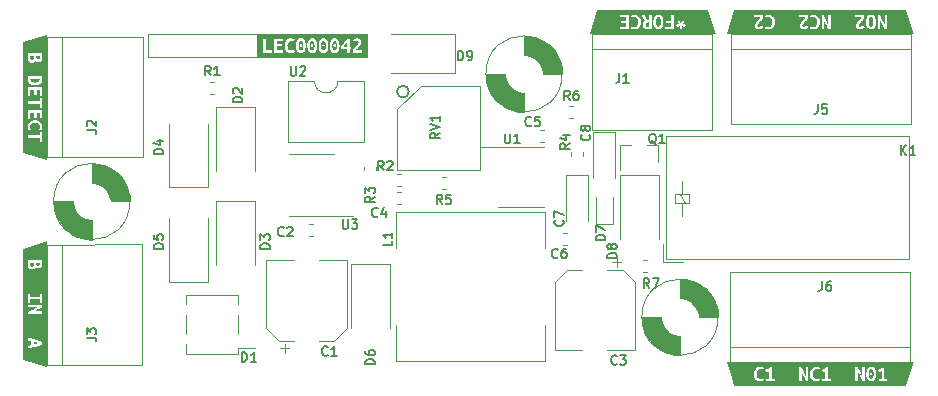
<source format=gto>
G04 #@! TF.GenerationSoftware,KiCad,Pcbnew,6.0.9-8da3e8f707~116~ubuntu20.04.1*
G04 #@! TF.CreationDate,2023-03-26T14:48:38+00:00*
G04 #@! TF.ProjectId,LEC000042,4c454330-3030-4303-9432-2e6b69636164,rev?*
G04 #@! TF.SameCoordinates,Original*
G04 #@! TF.FileFunction,Legend,Top*
G04 #@! TF.FilePolarity,Positive*
%FSLAX46Y46*%
G04 Gerber Fmt 4.6, Leading zero omitted, Abs format (unit mm)*
G04 Created by KiCad (PCBNEW 6.0.9-8da3e8f707~116~ubuntu20.04.1) date 2023-03-26 14:48:38*
%MOMM*%
%LPD*%
G01*
G04 APERTURE LIST*
%ADD10C,0.120000*%
%ADD11C,0.150000*%
%ADD12C,0.010000*%
%ADD13C,0.200000*%
G04 APERTURE END LIST*
D10*
X32750000Y30900000D02*
X14150000Y30900000D01*
X14150000Y30900000D02*
X14150000Y28900000D01*
X14150000Y28900000D02*
X32750000Y28900000D01*
X32750000Y28900000D02*
X32750000Y30900000D01*
D11*
G04 #@! TO.C,C2*
X25666666Y13814286D02*
X25628571Y13776191D01*
X25514285Y13738096D01*
X25438095Y13738096D01*
X25323809Y13776191D01*
X25247619Y13852381D01*
X25209523Y13928572D01*
X25171428Y14080953D01*
X25171428Y14195239D01*
X25209523Y14347620D01*
X25247619Y14423810D01*
X25323809Y14500000D01*
X25438095Y14538096D01*
X25514285Y14538096D01*
X25628571Y14500000D01*
X25666666Y14461905D01*
X25971428Y14461905D02*
X26009523Y14500000D01*
X26085714Y14538096D01*
X26276190Y14538096D01*
X26352380Y14500000D01*
X26390476Y14461905D01*
X26428571Y14385715D01*
X26428571Y14309524D01*
X26390476Y14195239D01*
X25933333Y13738096D01*
X26428571Y13738096D01*
G04 #@! TO.C,C3*
X53866666Y2964286D02*
X53828571Y2926191D01*
X53714285Y2888096D01*
X53638095Y2888096D01*
X53523809Y2926191D01*
X53447619Y3002381D01*
X53409523Y3078572D01*
X53371428Y3230953D01*
X53371428Y3345239D01*
X53409523Y3497620D01*
X53447619Y3573810D01*
X53523809Y3650000D01*
X53638095Y3688096D01*
X53714285Y3688096D01*
X53828571Y3650000D01*
X53866666Y3611905D01*
X54133333Y3688096D02*
X54628571Y3688096D01*
X54361904Y3383334D01*
X54476190Y3383334D01*
X54552380Y3345239D01*
X54590476Y3307143D01*
X54628571Y3230953D01*
X54628571Y3040477D01*
X54590476Y2964286D01*
X54552380Y2926191D01*
X54476190Y2888096D01*
X54247619Y2888096D01*
X54171428Y2926191D01*
X54133333Y2964286D01*
G04 #@! TO.C,C4*
X33616666Y15464286D02*
X33578571Y15426191D01*
X33464285Y15388096D01*
X33388095Y15388096D01*
X33273809Y15426191D01*
X33197619Y15502381D01*
X33159523Y15578572D01*
X33121428Y15730953D01*
X33121428Y15845239D01*
X33159523Y15997620D01*
X33197619Y16073810D01*
X33273809Y16150000D01*
X33388095Y16188096D01*
X33464285Y16188096D01*
X33578571Y16150000D01*
X33616666Y16111905D01*
X34302380Y15921429D02*
X34302380Y15388096D01*
X34111904Y16226191D02*
X33921428Y15654762D01*
X34416666Y15654762D01*
G04 #@! TO.C,D2*
X22161904Y25109524D02*
X21361904Y25109524D01*
X21361904Y25300000D01*
X21400000Y25414286D01*
X21476190Y25490477D01*
X21552380Y25528572D01*
X21704761Y25566667D01*
X21819047Y25566667D01*
X21971428Y25528572D01*
X22047619Y25490477D01*
X22123809Y25414286D01*
X22161904Y25300000D01*
X22161904Y25109524D01*
X21438095Y25871429D02*
X21400000Y25909524D01*
X21361904Y25985715D01*
X21361904Y26176191D01*
X21400000Y26252381D01*
X21438095Y26290477D01*
X21514285Y26328572D01*
X21590476Y26328572D01*
X21704761Y26290477D01*
X22161904Y25833334D01*
X22161904Y26328572D01*
G04 #@! TO.C,D3*
X24461904Y12709524D02*
X23661904Y12709524D01*
X23661904Y12900000D01*
X23700000Y13014286D01*
X23776190Y13090477D01*
X23852380Y13128572D01*
X24004761Y13166667D01*
X24119047Y13166667D01*
X24271428Y13128572D01*
X24347619Y13090477D01*
X24423809Y13014286D01*
X24461904Y12900000D01*
X24461904Y12709524D01*
X23661904Y13433334D02*
X23661904Y13928572D01*
X23966666Y13661905D01*
X23966666Y13776191D01*
X24004761Y13852381D01*
X24042857Y13890477D01*
X24119047Y13928572D01*
X24309523Y13928572D01*
X24385714Y13890477D01*
X24423809Y13852381D01*
X24461904Y13776191D01*
X24461904Y13547620D01*
X24423809Y13471429D01*
X24385714Y13433334D01*
G04 #@! TO.C,D4*
X15461904Y20709524D02*
X14661904Y20709524D01*
X14661904Y20900000D01*
X14700000Y21014286D01*
X14776190Y21090477D01*
X14852380Y21128572D01*
X15004761Y21166667D01*
X15119047Y21166667D01*
X15271428Y21128572D01*
X15347619Y21090477D01*
X15423809Y21014286D01*
X15461904Y20900000D01*
X15461904Y20709524D01*
X14928571Y21852381D02*
X15461904Y21852381D01*
X14623809Y21661905D02*
X15195238Y21471429D01*
X15195238Y21966667D01*
G04 #@! TO.C,D5*
X15461904Y12709524D02*
X14661904Y12709524D01*
X14661904Y12900000D01*
X14700000Y13014286D01*
X14776190Y13090477D01*
X14852380Y13128572D01*
X15004761Y13166667D01*
X15119047Y13166667D01*
X15271428Y13128572D01*
X15347619Y13090477D01*
X15423809Y13014286D01*
X15461904Y12900000D01*
X15461904Y12709524D01*
X14661904Y13890477D02*
X14661904Y13509524D01*
X15042857Y13471429D01*
X15004761Y13509524D01*
X14966666Y13585715D01*
X14966666Y13776191D01*
X15004761Y13852381D01*
X15042857Y13890477D01*
X15119047Y13928572D01*
X15309523Y13928572D01*
X15385714Y13890477D01*
X15423809Y13852381D01*
X15461904Y13776191D01*
X15461904Y13585715D01*
X15423809Y13509524D01*
X15385714Y13471429D01*
G04 #@! TO.C,D6*
X33361904Y2909524D02*
X32561904Y2909524D01*
X32561904Y3100000D01*
X32600000Y3214286D01*
X32676190Y3290477D01*
X32752380Y3328572D01*
X32904761Y3366667D01*
X33019047Y3366667D01*
X33171428Y3328572D01*
X33247619Y3290477D01*
X33323809Y3214286D01*
X33361904Y3100000D01*
X33361904Y2909524D01*
X32561904Y4052381D02*
X32561904Y3900000D01*
X32600000Y3823810D01*
X32638095Y3785715D01*
X32752380Y3709524D01*
X32904761Y3671429D01*
X33209523Y3671429D01*
X33285714Y3709524D01*
X33323809Y3747620D01*
X33361904Y3823810D01*
X33361904Y3976191D01*
X33323809Y4052381D01*
X33285714Y4090477D01*
X33209523Y4128572D01*
X33019047Y4128572D01*
X32942857Y4090477D01*
X32904761Y4052381D01*
X32866666Y3976191D01*
X32866666Y3823810D01*
X32904761Y3747620D01*
X32942857Y3709524D01*
X33019047Y3671429D01*
G04 #@! TO.C,D7*
X52861904Y13409524D02*
X52061904Y13409524D01*
X52061904Y13600000D01*
X52100000Y13714286D01*
X52176190Y13790477D01*
X52252380Y13828572D01*
X52404761Y13866667D01*
X52519047Y13866667D01*
X52671428Y13828572D01*
X52747619Y13790477D01*
X52823809Y13714286D01*
X52861904Y13600000D01*
X52861904Y13409524D01*
X52061904Y14133334D02*
X52061904Y14666667D01*
X52861904Y14323810D01*
G04 #@! TO.C,D8*
X53861904Y11909524D02*
X53061904Y11909524D01*
X53061904Y12100000D01*
X53100000Y12214286D01*
X53176190Y12290477D01*
X53252380Y12328572D01*
X53404761Y12366667D01*
X53519047Y12366667D01*
X53671428Y12328572D01*
X53747619Y12290477D01*
X53823809Y12214286D01*
X53861904Y12100000D01*
X53861904Y11909524D01*
X53404761Y12823810D02*
X53366666Y12747620D01*
X53328571Y12709524D01*
X53252380Y12671429D01*
X53214285Y12671429D01*
X53138095Y12709524D01*
X53100000Y12747620D01*
X53061904Y12823810D01*
X53061904Y12976191D01*
X53100000Y13052381D01*
X53138095Y13090477D01*
X53214285Y13128572D01*
X53252380Y13128572D01*
X53328571Y13090477D01*
X53366666Y13052381D01*
X53404761Y12976191D01*
X53404761Y12823810D01*
X53442857Y12747620D01*
X53480952Y12709524D01*
X53557142Y12671429D01*
X53709523Y12671429D01*
X53785714Y12709524D01*
X53823809Y12747620D01*
X53861904Y12823810D01*
X53861904Y12976191D01*
X53823809Y13052381D01*
X53785714Y13090477D01*
X53709523Y13128572D01*
X53557142Y13128572D01*
X53480952Y13090477D01*
X53442857Y13052381D01*
X53404761Y12976191D01*
G04 #@! TO.C,J1*
X54053333Y27538096D02*
X54053333Y26966667D01*
X54015238Y26852381D01*
X53939047Y26776191D01*
X53824761Y26738096D01*
X53748571Y26738096D01*
X54853333Y26738096D02*
X54396190Y26738096D01*
X54624761Y26738096D02*
X54624761Y27538096D01*
X54548571Y27423810D01*
X54472380Y27347620D01*
X54396190Y27309524D01*
G04 #@! TO.C,J2*
X8961904Y22753334D02*
X9533333Y22753334D01*
X9647619Y22715239D01*
X9723809Y22639048D01*
X9761904Y22524762D01*
X9761904Y22448572D01*
X9038095Y23096191D02*
X9000000Y23134286D01*
X8961904Y23210477D01*
X8961904Y23400953D01*
X9000000Y23477143D01*
X9038095Y23515239D01*
X9114285Y23553334D01*
X9190476Y23553334D01*
X9304761Y23515239D01*
X9761904Y23058096D01*
X9761904Y23553334D01*
G04 #@! TO.C,J3*
X8961904Y5153334D02*
X9533333Y5153334D01*
X9647619Y5115239D01*
X9723809Y5039048D01*
X9761904Y4924762D01*
X9761904Y4848572D01*
X8961904Y5458096D02*
X8961904Y5953334D01*
X9266666Y5686667D01*
X9266666Y5800953D01*
X9304761Y5877143D01*
X9342857Y5915239D01*
X9419047Y5953334D01*
X9609523Y5953334D01*
X9685714Y5915239D01*
X9723809Y5877143D01*
X9761904Y5800953D01*
X9761904Y5572381D01*
X9723809Y5496191D01*
X9685714Y5458096D01*
G04 #@! TO.C,J5*
X70883333Y24938096D02*
X70883333Y24366667D01*
X70845238Y24252381D01*
X70769047Y24176191D01*
X70654761Y24138096D01*
X70578571Y24138096D01*
X71645238Y24938096D02*
X71264285Y24938096D01*
X71226190Y24557143D01*
X71264285Y24595239D01*
X71340476Y24633334D01*
X71530952Y24633334D01*
X71607142Y24595239D01*
X71645238Y24557143D01*
X71683333Y24480953D01*
X71683333Y24290477D01*
X71645238Y24214286D01*
X71607142Y24176191D01*
X71530952Y24138096D01*
X71340476Y24138096D01*
X71264285Y24176191D01*
X71226190Y24214286D01*
G04 #@! TO.C,J6*
X71233333Y9938096D02*
X71233333Y9366667D01*
X71195238Y9252381D01*
X71119047Y9176191D01*
X71004761Y9138096D01*
X70928571Y9138096D01*
X71957142Y9938096D02*
X71804761Y9938096D01*
X71728571Y9900000D01*
X71690476Y9861905D01*
X71614285Y9747620D01*
X71576190Y9595239D01*
X71576190Y9290477D01*
X71614285Y9214286D01*
X71652380Y9176191D01*
X71728571Y9138096D01*
X71880952Y9138096D01*
X71957142Y9176191D01*
X71995238Y9214286D01*
X72033333Y9290477D01*
X72033333Y9480953D01*
X71995238Y9557143D01*
X71957142Y9595239D01*
X71880952Y9633334D01*
X71728571Y9633334D01*
X71652380Y9595239D01*
X71614285Y9557143D01*
X71576190Y9480953D01*
G04 #@! TO.C,R2*
X34116666Y19338096D02*
X33850000Y19719048D01*
X33659523Y19338096D02*
X33659523Y20138096D01*
X33964285Y20138096D01*
X34040476Y20100000D01*
X34078571Y20061905D01*
X34116666Y19985715D01*
X34116666Y19871429D01*
X34078571Y19795239D01*
X34040476Y19757143D01*
X33964285Y19719048D01*
X33659523Y19719048D01*
X34421428Y20061905D02*
X34459523Y20100000D01*
X34535714Y20138096D01*
X34726190Y20138096D01*
X34802380Y20100000D01*
X34840476Y20061905D01*
X34878571Y19985715D01*
X34878571Y19909524D01*
X34840476Y19795239D01*
X34383333Y19338096D01*
X34878571Y19338096D01*
G04 #@! TO.C,R3*
X33361904Y17116667D02*
X32980952Y16850000D01*
X33361904Y16659524D02*
X32561904Y16659524D01*
X32561904Y16964286D01*
X32600000Y17040477D01*
X32638095Y17078572D01*
X32714285Y17116667D01*
X32828571Y17116667D01*
X32904761Y17078572D01*
X32942857Y17040477D01*
X32980952Y16964286D01*
X32980952Y16659524D01*
X32561904Y17383334D02*
X32561904Y17878572D01*
X32866666Y17611905D01*
X32866666Y17726191D01*
X32904761Y17802381D01*
X32942857Y17840477D01*
X33019047Y17878572D01*
X33209523Y17878572D01*
X33285714Y17840477D01*
X33323809Y17802381D01*
X33361904Y17726191D01*
X33361904Y17497620D01*
X33323809Y17421429D01*
X33285714Y17383334D01*
G04 #@! TO.C,R5*
X39079166Y16488096D02*
X38812500Y16869048D01*
X38622023Y16488096D02*
X38622023Y17288096D01*
X38926785Y17288096D01*
X39002976Y17250000D01*
X39041071Y17211905D01*
X39079166Y17135715D01*
X39079166Y17021429D01*
X39041071Y16945239D01*
X39002976Y16907143D01*
X38926785Y16869048D01*
X38622023Y16869048D01*
X39802976Y17288096D02*
X39422023Y17288096D01*
X39383928Y16907143D01*
X39422023Y16945239D01*
X39498214Y16983334D01*
X39688690Y16983334D01*
X39764880Y16945239D01*
X39802976Y16907143D01*
X39841071Y16830953D01*
X39841071Y16640477D01*
X39802976Y16564286D01*
X39764880Y16526191D01*
X39688690Y16488096D01*
X39498214Y16488096D01*
X39422023Y16526191D01*
X39383928Y16564286D01*
G04 #@! TO.C,R6*
X49866666Y25288096D02*
X49600000Y25669048D01*
X49409523Y25288096D02*
X49409523Y26088096D01*
X49714285Y26088096D01*
X49790476Y26050000D01*
X49828571Y26011905D01*
X49866666Y25935715D01*
X49866666Y25821429D01*
X49828571Y25745239D01*
X49790476Y25707143D01*
X49714285Y25669048D01*
X49409523Y25669048D01*
X50552380Y26088096D02*
X50400000Y26088096D01*
X50323809Y26050000D01*
X50285714Y26011905D01*
X50209523Y25897620D01*
X50171428Y25745239D01*
X50171428Y25440477D01*
X50209523Y25364286D01*
X50247619Y25326191D01*
X50323809Y25288096D01*
X50476190Y25288096D01*
X50552380Y25326191D01*
X50590476Y25364286D01*
X50628571Y25440477D01*
X50628571Y25630953D01*
X50590476Y25707143D01*
X50552380Y25745239D01*
X50476190Y25783334D01*
X50323809Y25783334D01*
X50247619Y25745239D01*
X50209523Y25707143D01*
X50171428Y25630953D01*
G04 #@! TO.C,R7*
X56616666Y9388096D02*
X56350000Y9769048D01*
X56159523Y9388096D02*
X56159523Y10188096D01*
X56464285Y10188096D01*
X56540476Y10150000D01*
X56578571Y10111905D01*
X56616666Y10035715D01*
X56616666Y9921429D01*
X56578571Y9845239D01*
X56540476Y9807143D01*
X56464285Y9769048D01*
X56159523Y9769048D01*
X56883333Y10188096D02*
X57416666Y10188096D01*
X57073809Y9388096D01*
G04 #@! TO.C,U2*
X26240476Y28138096D02*
X26240476Y27490477D01*
X26278571Y27414286D01*
X26316666Y27376191D01*
X26392857Y27338096D01*
X26545238Y27338096D01*
X26621428Y27376191D01*
X26659523Y27414286D01*
X26697619Y27490477D01*
X26697619Y28138096D01*
X27040476Y28061905D02*
X27078571Y28100000D01*
X27154761Y28138096D01*
X27345238Y28138096D01*
X27421428Y28100000D01*
X27459523Y28061905D01*
X27497619Y27985715D01*
X27497619Y27909524D01*
X27459523Y27795239D01*
X27002380Y27338096D01*
X27497619Y27338096D01*
G04 #@! TO.C,U3*
X30640476Y15188096D02*
X30640476Y14540477D01*
X30678571Y14464286D01*
X30716666Y14426191D01*
X30792857Y14388096D01*
X30945238Y14388096D01*
X31021428Y14426191D01*
X31059523Y14464286D01*
X31097619Y14540477D01*
X31097619Y15188096D01*
X31402380Y15188096D02*
X31897619Y15188096D01*
X31630952Y14883334D01*
X31745238Y14883334D01*
X31821428Y14845239D01*
X31859523Y14807143D01*
X31897619Y14730953D01*
X31897619Y14540477D01*
X31859523Y14464286D01*
X31821428Y14426191D01*
X31745238Y14388096D01*
X31516666Y14388096D01*
X31440476Y14426191D01*
X31402380Y14464286D01*
G04 #@! TO.C,K1*
X77909523Y20638096D02*
X77909523Y21438096D01*
X78366666Y20638096D02*
X78023809Y21095239D01*
X78366666Y21438096D02*
X77909523Y20980953D01*
X79128571Y20638096D02*
X78671428Y20638096D01*
X78900000Y20638096D02*
X78900000Y21438096D01*
X78823809Y21323810D01*
X78747619Y21247620D01*
X78671428Y21209524D01*
G04 #@! TO.C,R1*
X19466666Y27368096D02*
X19200000Y27749048D01*
X19009523Y27368096D02*
X19009523Y28168096D01*
X19314285Y28168096D01*
X19390476Y28130000D01*
X19428571Y28091905D01*
X19466666Y28015715D01*
X19466666Y27901429D01*
X19428571Y27825239D01*
X19390476Y27787143D01*
X19314285Y27749048D01*
X19009523Y27749048D01*
X20228571Y27368096D02*
X19771428Y27368096D01*
X20000000Y27368096D02*
X20000000Y28168096D01*
X19923809Y28053810D01*
X19847619Y27977620D01*
X19771428Y27939524D01*
G04 #@! TO.C,C6*
X48866666Y11964286D02*
X48828571Y11926191D01*
X48714285Y11888096D01*
X48638095Y11888096D01*
X48523809Y11926191D01*
X48447619Y12002381D01*
X48409523Y12078572D01*
X48371428Y12230953D01*
X48371428Y12345239D01*
X48409523Y12497620D01*
X48447619Y12573810D01*
X48523809Y12650000D01*
X48638095Y12688096D01*
X48714285Y12688096D01*
X48828571Y12650000D01*
X48866666Y12611905D01*
X49552380Y12688096D02*
X49400000Y12688096D01*
X49323809Y12650000D01*
X49285714Y12611905D01*
X49209523Y12497620D01*
X49171428Y12345239D01*
X49171428Y12040477D01*
X49209523Y11964286D01*
X49247619Y11926191D01*
X49323809Y11888096D01*
X49476190Y11888096D01*
X49552380Y11926191D01*
X49590476Y11964286D01*
X49628571Y12040477D01*
X49628571Y12230953D01*
X49590476Y12307143D01*
X49552380Y12345239D01*
X49476190Y12383334D01*
X49323809Y12383334D01*
X49247619Y12345239D01*
X49209523Y12307143D01*
X49171428Y12230953D01*
G04 #@! TO.C,C7*
X49285714Y15116667D02*
X49323809Y15078572D01*
X49361904Y14964286D01*
X49361904Y14888096D01*
X49323809Y14773810D01*
X49247619Y14697620D01*
X49171428Y14659524D01*
X49019047Y14621429D01*
X48904761Y14621429D01*
X48752380Y14659524D01*
X48676190Y14697620D01*
X48600000Y14773810D01*
X48561904Y14888096D01*
X48561904Y14964286D01*
X48600000Y15078572D01*
X48638095Y15116667D01*
X48561904Y15383334D02*
X48561904Y15916667D01*
X49361904Y15573810D01*
G04 #@! TO.C,C8*
X51535714Y22366667D02*
X51573809Y22328572D01*
X51611904Y22214286D01*
X51611904Y22138096D01*
X51573809Y22023810D01*
X51497619Y21947620D01*
X51421428Y21909524D01*
X51269047Y21871429D01*
X51154761Y21871429D01*
X51002380Y21909524D01*
X50926190Y21947620D01*
X50850000Y22023810D01*
X50811904Y22138096D01*
X50811904Y22214286D01*
X50850000Y22328572D01*
X50888095Y22366667D01*
X51154761Y22823810D02*
X51116666Y22747620D01*
X51078571Y22709524D01*
X51002380Y22671429D01*
X50964285Y22671429D01*
X50888095Y22709524D01*
X50850000Y22747620D01*
X50811904Y22823810D01*
X50811904Y22976191D01*
X50850000Y23052381D01*
X50888095Y23090477D01*
X50964285Y23128572D01*
X51002380Y23128572D01*
X51078571Y23090477D01*
X51116666Y23052381D01*
X51154761Y22976191D01*
X51154761Y22823810D01*
X51192857Y22747620D01*
X51230952Y22709524D01*
X51307142Y22671429D01*
X51459523Y22671429D01*
X51535714Y22709524D01*
X51573809Y22747620D01*
X51611904Y22823810D01*
X51611904Y22976191D01*
X51573809Y23052381D01*
X51535714Y23090477D01*
X51459523Y23128572D01*
X51307142Y23128572D01*
X51230952Y23090477D01*
X51192857Y23052381D01*
X51154761Y22976191D01*
G04 #@! TO.C,R4*
X49861904Y21616667D02*
X49480952Y21350000D01*
X49861904Y21159524D02*
X49061904Y21159524D01*
X49061904Y21464286D01*
X49100000Y21540477D01*
X49138095Y21578572D01*
X49214285Y21616667D01*
X49328571Y21616667D01*
X49404761Y21578572D01*
X49442857Y21540477D01*
X49480952Y21464286D01*
X49480952Y21159524D01*
X49328571Y22302381D02*
X49861904Y22302381D01*
X49023809Y22111905D02*
X49595238Y21921429D01*
X49595238Y22416667D01*
G04 #@! TO.C,U1*
X44390476Y22438096D02*
X44390476Y21790477D01*
X44428571Y21714286D01*
X44466666Y21676191D01*
X44542857Y21638096D01*
X44695238Y21638096D01*
X44771428Y21676191D01*
X44809523Y21714286D01*
X44847619Y21790477D01*
X44847619Y22438096D01*
X45647619Y21638096D02*
X45190476Y21638096D01*
X45419047Y21638096D02*
X45419047Y22438096D01*
X45342857Y22323810D01*
X45266666Y22247620D01*
X45190476Y22209524D01*
G04 #@! TO.C,C5*
X46616666Y23164286D02*
X46578571Y23126191D01*
X46464285Y23088096D01*
X46388095Y23088096D01*
X46273809Y23126191D01*
X46197619Y23202381D01*
X46159523Y23278572D01*
X46121428Y23430953D01*
X46121428Y23545239D01*
X46159523Y23697620D01*
X46197619Y23773810D01*
X46273809Y23850000D01*
X46388095Y23888096D01*
X46464285Y23888096D01*
X46578571Y23850000D01*
X46616666Y23811905D01*
X47340476Y23888096D02*
X46959523Y23888096D01*
X46921428Y23507143D01*
X46959523Y23545239D01*
X47035714Y23583334D01*
X47226190Y23583334D01*
X47302380Y23545239D01*
X47340476Y23507143D01*
X47378571Y23430953D01*
X47378571Y23240477D01*
X47340476Y23164286D01*
X47302380Y23126191D01*
X47226190Y23088096D01*
X47035714Y23088096D01*
X46959523Y23126191D01*
X46921428Y23164286D01*
G04 #@! TO.C,L1*
X34861904Y13366667D02*
X34861904Y12985715D01*
X34061904Y12985715D01*
X34861904Y14052381D02*
X34861904Y13595239D01*
X34861904Y13823810D02*
X34061904Y13823810D01*
X34176190Y13747620D01*
X34252380Y13671429D01*
X34290476Y13595239D01*
G04 #@! TO.C,D9*
X40409523Y28638096D02*
X40409523Y29438096D01*
X40600000Y29438096D01*
X40714285Y29400000D01*
X40790476Y29323810D01*
X40828571Y29247620D01*
X40866666Y29095239D01*
X40866666Y28980953D01*
X40828571Y28828572D01*
X40790476Y28752381D01*
X40714285Y28676191D01*
X40600000Y28638096D01*
X40409523Y28638096D01*
X41247619Y28638096D02*
X41400000Y28638096D01*
X41476190Y28676191D01*
X41514285Y28714286D01*
X41590476Y28828572D01*
X41628571Y28980953D01*
X41628571Y29285715D01*
X41590476Y29361905D01*
X41552380Y29400000D01*
X41476190Y29438096D01*
X41323809Y29438096D01*
X41247619Y29400000D01*
X41209523Y29361905D01*
X41171428Y29285715D01*
X41171428Y29095239D01*
X41209523Y29019048D01*
X41247619Y28980953D01*
X41323809Y28942858D01*
X41476190Y28942858D01*
X41552380Y28980953D01*
X41590476Y29019048D01*
X41628571Y29095239D01*
G04 #@! TO.C,D1*
X22109523Y3138096D02*
X22109523Y3938096D01*
X22300000Y3938096D01*
X22414285Y3900000D01*
X22490476Y3823810D01*
X22528571Y3747620D01*
X22566666Y3595239D01*
X22566666Y3480953D01*
X22528571Y3328572D01*
X22490476Y3252381D01*
X22414285Y3176191D01*
X22300000Y3138096D01*
X22109523Y3138096D01*
X23328571Y3138096D02*
X22871428Y3138096D01*
X23100000Y3138096D02*
X23100000Y3938096D01*
X23023809Y3823810D01*
X22947619Y3747620D01*
X22871428Y3709524D01*
G04 #@! TO.C,RV1*
X38861904Y22523810D02*
X38480952Y22257143D01*
X38861904Y22066667D02*
X38061904Y22066667D01*
X38061904Y22371429D01*
X38100000Y22447620D01*
X38138095Y22485715D01*
X38214285Y22523810D01*
X38328571Y22523810D01*
X38404761Y22485715D01*
X38442857Y22447620D01*
X38480952Y22371429D01*
X38480952Y22066667D01*
X38061904Y22752381D02*
X38861904Y23019048D01*
X38061904Y23285715D01*
X38861904Y23971429D02*
X38861904Y23514286D01*
X38861904Y23742858D02*
X38061904Y23742858D01*
X38176190Y23666667D01*
X38252380Y23590477D01*
X38290476Y23514286D01*
G04 #@! TO.C,C1*
X29366666Y3714286D02*
X29328571Y3676191D01*
X29214285Y3638096D01*
X29138095Y3638096D01*
X29023809Y3676191D01*
X28947619Y3752381D01*
X28909523Y3828572D01*
X28871428Y3980953D01*
X28871428Y4095239D01*
X28909523Y4247620D01*
X28947619Y4323810D01*
X29023809Y4400000D01*
X29138095Y4438096D01*
X29214285Y4438096D01*
X29328571Y4400000D01*
X29366666Y4361905D01*
X30128571Y3638096D02*
X29671428Y3638096D01*
X29900000Y3638096D02*
X29900000Y4438096D01*
X29823809Y4323810D01*
X29747619Y4247620D01*
X29671428Y4209524D01*
G04 #@! TO.C,Q1*
X57173809Y21561905D02*
X57097619Y21600000D01*
X57021428Y21676191D01*
X56907142Y21790477D01*
X56830952Y21828572D01*
X56754761Y21828572D01*
X56792857Y21638096D02*
X56716666Y21676191D01*
X56640476Y21752381D01*
X56602380Y21904762D01*
X56602380Y22171429D01*
X56640476Y22323810D01*
X56716666Y22400000D01*
X56792857Y22438096D01*
X56945238Y22438096D01*
X57021428Y22400000D01*
X57097619Y22323810D01*
X57135714Y22171429D01*
X57135714Y21904762D01*
X57097619Y21752381D01*
X57021428Y21676191D01*
X56945238Y21638096D01*
X56792857Y21638096D01*
X57897619Y21638096D02*
X57440476Y21638096D01*
X57669047Y21638096D02*
X57669047Y22438096D01*
X57592857Y22323810D01*
X57516666Y22247620D01*
X57440476Y22209524D01*
D10*
G04 #@! TO.C,C2*
X28162779Y14810000D02*
X27837221Y14810000D01*
X28162779Y13790000D02*
X27837221Y13790000D01*
G04 #@! TO.C,C3*
X48590000Y4090000D02*
X50940000Y4090000D01*
X55410000Y4090000D02*
X53060000Y4090000D01*
X54241250Y11543750D02*
X53453750Y11543750D01*
X49654437Y10910000D02*
X50940000Y10910000D01*
X49654437Y10910000D02*
X48590000Y9845563D01*
X48590000Y9845563D02*
X48590000Y4090000D01*
X55410000Y9845563D02*
X55410000Y4090000D01*
X54345563Y10910000D02*
X53060000Y10910000D01*
X53847500Y11937500D02*
X53847500Y11150000D01*
X54345563Y10910000D02*
X55410000Y9845563D01*
G04 #@! TO.C,C4*
X35550279Y16490000D02*
X35224721Y16490000D01*
X35550279Y17510000D02*
X35224721Y17510000D01*
G04 #@! TO.C,D2*
X23250000Y24700000D02*
X19950000Y24700000D01*
X23250000Y24700000D02*
X23250000Y19300000D01*
X19950000Y24700000D02*
X19950000Y19300000D01*
G04 #@! TO.C,D3*
X23250000Y16700000D02*
X19950000Y16700000D01*
X19950000Y16700000D02*
X19950000Y11300000D01*
X23250000Y16700000D02*
X23250000Y11300000D01*
G04 #@! TO.C,D4*
X15950000Y17900000D02*
X19250000Y17900000D01*
X15950000Y17900000D02*
X15950000Y23300000D01*
X19250000Y17900000D02*
X19250000Y23300000D01*
G04 #@! TO.C,D5*
X15950000Y9900000D02*
X15950000Y15300000D01*
X15950000Y9900000D02*
X19250000Y9900000D01*
X19250000Y9900000D02*
X19250000Y15300000D01*
G04 #@! TO.C,D6*
X34650000Y11400000D02*
X34650000Y6000000D01*
X34650000Y11400000D02*
X31350000Y11400000D01*
X31350000Y11400000D02*
X31350000Y6000000D01*
G04 #@! TO.C,D7*
X52065000Y14815000D02*
X53535000Y14815000D01*
X53535000Y14815000D02*
X53535000Y17100000D01*
X52065000Y17100000D02*
X52065000Y14815000D01*
G04 #@! TO.C,D8*
X57450000Y18950000D02*
X57450000Y13550000D01*
X54150000Y18950000D02*
X54150000Y13550000D01*
X57450000Y18950000D02*
X54150000Y18950000D01*
G04 #@! TO.C,J1*
X61940000Y22790000D02*
X61940000Y30910000D01*
X51780000Y29640000D02*
X61940000Y29640000D01*
X51780000Y30910000D02*
X51780000Y22790000D01*
X61940000Y30910000D02*
X51780000Y30910000D01*
X51780000Y22790000D02*
X61940000Y22790000D01*
G04 #@! TO.C,J2*
X5590000Y30640000D02*
X5590000Y20480000D01*
X5590000Y20480000D02*
X13710000Y20480000D01*
X6860000Y20480000D02*
X6860000Y30640000D01*
X13710000Y30640000D02*
X5590000Y30640000D01*
X13710000Y20480000D02*
X13710000Y30640000D01*
G04 #@! TO.C,J3*
X5590000Y2880000D02*
X13700000Y2880000D01*
X13700000Y13060000D02*
X5590000Y13040000D01*
X13700000Y2880000D02*
X13700000Y13040000D01*
X6860000Y2880000D02*
X6860000Y13040000D01*
X5590000Y13040000D02*
X5590000Y2880000D01*
G04 #@! TO.C,J5*
X78740000Y23290000D02*
X63500000Y23290000D01*
X63500000Y30910000D02*
X63500000Y23290000D01*
X78740000Y29640000D02*
X63500000Y29640000D01*
X78740000Y30910000D02*
X78740000Y23290000D01*
X78740000Y30910000D02*
X63500000Y30910000D01*
G04 #@! TO.C,J6*
X78700000Y3090000D02*
X78700000Y10710000D01*
X63460000Y3090000D02*
X78700000Y3090000D01*
X63460000Y3090000D02*
X63460000Y10710000D01*
X63460000Y4360000D02*
X78700000Y4360000D01*
X63460000Y10710000D02*
X78700000Y10710000D01*
G04 #@! TO.C,R2*
X35550279Y17990000D02*
X35224721Y17990000D01*
X35550279Y19010000D02*
X35224721Y19010000D01*
G04 #@! TO.C,R3*
X33510000Y19324721D02*
X33510000Y19650279D01*
X32490000Y19324721D02*
X32490000Y19650279D01*
G04 #@! TO.C,R5*
X39049721Y17740000D02*
X39375279Y17740000D01*
X39049721Y18760000D02*
X39375279Y18760000D01*
G04 #@! TO.C,R6*
X50162779Y23740000D02*
X49837221Y23740000D01*
X50162779Y24760000D02*
X49837221Y24760000D01*
G04 #@! TO.C,R7*
X56412779Y10740000D02*
X56087221Y10740000D01*
X56412779Y11760000D02*
X56087221Y11760000D01*
G04 #@! TO.C,U2*
X32485000Y21700000D02*
X32485000Y26900000D01*
X26015000Y21700000D02*
X32485000Y21700000D01*
X28250000Y26900000D02*
X26015000Y26900000D01*
X26015000Y26900000D02*
X26015000Y21700000D01*
X32485000Y26900000D02*
X30250000Y26900000D01*
X28250000Y26900000D02*
G75*
G03*
X30250000Y26900000I1000000J0D01*
G01*
G04 #@! TO.C,U3*
X28000000Y20690000D02*
X26120000Y20690000D01*
X28000000Y15510000D02*
X31525000Y15510000D01*
X28000000Y15510000D02*
X26120000Y15510000D01*
X28000000Y20690000D02*
X29880000Y20690000D01*
G04 #@! TO.C,K1*
X78600000Y22200000D02*
X78600000Y11800000D01*
X57800000Y11600000D02*
X57800000Y13100000D01*
X59400000Y17300000D02*
X59400000Y18400000D01*
X58800000Y17300000D02*
X58800000Y16600000D01*
X59600000Y16600000D02*
X59200000Y17300000D01*
X60000000Y16600000D02*
X60000000Y17300000D01*
X58000000Y22200000D02*
X78600000Y22200000D01*
X60000000Y17300000D02*
X58800000Y17300000D01*
X78600000Y11800000D02*
X58000000Y11800000D01*
X59400000Y16600000D02*
X59400000Y15500000D01*
X59500000Y11600000D02*
X57800000Y11600000D01*
X58000000Y11800000D02*
X58000000Y22200000D01*
X58800000Y16600000D02*
X60000000Y16600000D01*
G04 #@! TO.C,R1*
X19437221Y26810000D02*
X19762779Y26810000D01*
X19437221Y25790000D02*
X19762779Y25790000D01*
G04 #@! TO.C,H1*
X12624903Y16700000D02*
G75*
G03*
X12624903Y16700000I-3224903J0D01*
G01*
G36*
X7800000Y16600000D02*
G01*
X7900000Y16200000D01*
X8100000Y15800000D01*
X8500000Y15400000D01*
X8900000Y15200000D01*
X9300000Y15100000D01*
X9400000Y15100000D01*
X9400000Y13475097D01*
X8900000Y13500000D01*
X7900000Y13800000D01*
X7100000Y14400000D01*
X6600000Y15100000D01*
X6300000Y15800000D01*
X6200000Y16200000D01*
X6200000Y16700000D01*
X7800000Y16700000D01*
X7800000Y16600000D01*
G37*
D12*
X7800000Y16600000D02*
X7900000Y16200000D01*
X8100000Y15800000D01*
X8500000Y15400000D01*
X8900000Y15200000D01*
X9300000Y15100000D01*
X9400000Y15100000D01*
X9400000Y13475097D01*
X8900000Y13500000D01*
X7900000Y13800000D01*
X7100000Y14400000D01*
X6600000Y15100000D01*
X6300000Y15800000D01*
X6200000Y16200000D01*
X6200000Y16700000D01*
X7800000Y16700000D01*
X7800000Y16600000D01*
G36*
X9900000Y19900000D02*
G01*
X10900000Y19600000D01*
X11700000Y19000000D01*
X12200000Y18300000D01*
X12500000Y17600000D01*
X12600000Y17200000D01*
X12600000Y16700000D01*
X11000000Y16700000D01*
X11000000Y16800000D01*
X10900000Y17200000D01*
X10700000Y17600000D01*
X10300000Y18000000D01*
X9900000Y18200000D01*
X9500000Y18300000D01*
X9400000Y18300000D01*
X9400000Y19924903D01*
X9900000Y19900000D01*
G37*
X9900000Y19900000D02*
X10900000Y19600000D01*
X11700000Y19000000D01*
X12200000Y18300000D01*
X12500000Y17600000D01*
X12600000Y17200000D01*
X12600000Y16700000D01*
X11000000Y16700000D01*
X11000000Y16800000D01*
X10900000Y17200000D01*
X10700000Y17600000D01*
X10300000Y18000000D01*
X9900000Y18200000D01*
X9500000Y18300000D01*
X9400000Y18300000D01*
X9400000Y19924903D01*
X9900000Y19900000D01*
D10*
G04 #@! TO.C,H2*
X62424903Y6900000D02*
G75*
G03*
X62424903Y6900000I-3224903J0D01*
G01*
G36*
X57600000Y6800000D02*
G01*
X57700000Y6400000D01*
X57900000Y6000000D01*
X58300000Y5600000D01*
X58700000Y5400000D01*
X59100000Y5300000D01*
X59200000Y5300000D01*
X59200000Y3675097D01*
X58700000Y3700000D01*
X57700000Y4000000D01*
X56900000Y4600000D01*
X56400000Y5300000D01*
X56100000Y6000000D01*
X56000000Y6400000D01*
X56000000Y6900000D01*
X57600000Y6900000D01*
X57600000Y6800000D01*
G37*
D12*
X57600000Y6800000D02*
X57700000Y6400000D01*
X57900000Y6000000D01*
X58300000Y5600000D01*
X58700000Y5400000D01*
X59100000Y5300000D01*
X59200000Y5300000D01*
X59200000Y3675097D01*
X58700000Y3700000D01*
X57700000Y4000000D01*
X56900000Y4600000D01*
X56400000Y5300000D01*
X56100000Y6000000D01*
X56000000Y6400000D01*
X56000000Y6900000D01*
X57600000Y6900000D01*
X57600000Y6800000D01*
G36*
X59700000Y10100000D02*
G01*
X60700000Y9800000D01*
X61500000Y9200000D01*
X62000000Y8500000D01*
X62300000Y7800000D01*
X62400000Y7400000D01*
X62400000Y6900000D01*
X60800000Y6900000D01*
X60800000Y7000000D01*
X60700000Y7400000D01*
X60500000Y7800000D01*
X60100000Y8200000D01*
X59700000Y8400000D01*
X59300000Y8500000D01*
X59200000Y8500000D01*
X59200000Y10124903D01*
X59700000Y10100000D01*
G37*
X59700000Y10100000D02*
X60700000Y9800000D01*
X61500000Y9200000D01*
X62000000Y8500000D01*
X62300000Y7800000D01*
X62400000Y7400000D01*
X62400000Y6900000D01*
X60800000Y6900000D01*
X60800000Y7000000D01*
X60700000Y7400000D01*
X60500000Y7800000D01*
X60100000Y8200000D01*
X59700000Y8400000D01*
X59300000Y8500000D01*
X59200000Y8500000D01*
X59200000Y10124903D01*
X59700000Y10100000D01*
D10*
G04 #@! TO.C,H3*
X49224903Y27500000D02*
G75*
G03*
X49224903Y27500000I-3224903J0D01*
G01*
G36*
X44400000Y27400000D02*
G01*
X44500000Y27000000D01*
X44700000Y26600000D01*
X45100000Y26200000D01*
X45500000Y26000000D01*
X45900000Y25900000D01*
X46000000Y25900000D01*
X46000000Y24275097D01*
X45500000Y24300000D01*
X44500000Y24600000D01*
X43700000Y25200000D01*
X43200000Y25900000D01*
X42900000Y26600000D01*
X42800000Y27000000D01*
X42800000Y27500000D01*
X44400000Y27500000D01*
X44400000Y27400000D01*
G37*
D12*
X44400000Y27400000D02*
X44500000Y27000000D01*
X44700000Y26600000D01*
X45100000Y26200000D01*
X45500000Y26000000D01*
X45900000Y25900000D01*
X46000000Y25900000D01*
X46000000Y24275097D01*
X45500000Y24300000D01*
X44500000Y24600000D01*
X43700000Y25200000D01*
X43200000Y25900000D01*
X42900000Y26600000D01*
X42800000Y27000000D01*
X42800000Y27500000D01*
X44400000Y27500000D01*
X44400000Y27400000D01*
G36*
X46500000Y30700000D02*
G01*
X47500000Y30400000D01*
X48300000Y29800000D01*
X48800000Y29100000D01*
X49100000Y28400000D01*
X49200000Y28000000D01*
X49200000Y27500000D01*
X47600000Y27500000D01*
X47600000Y27600000D01*
X47500000Y28000000D01*
X47300000Y28400000D01*
X46900000Y28800000D01*
X46500000Y29000000D01*
X46100000Y29100000D01*
X46000000Y29100000D01*
X46000000Y30724903D01*
X46500000Y30700000D01*
G37*
X46500000Y30700000D02*
X47500000Y30400000D01*
X48300000Y29800000D01*
X48800000Y29100000D01*
X49100000Y28400000D01*
X49200000Y28000000D01*
X49200000Y27500000D01*
X47600000Y27500000D01*
X47600000Y27600000D01*
X47500000Y28000000D01*
X47300000Y28400000D01*
X46900000Y28800000D01*
X46500000Y29000000D01*
X46100000Y29100000D01*
X46000000Y29100000D01*
X46000000Y30724903D01*
X46500000Y30700000D01*
D10*
G04 #@! TO.C,C6*
X49337221Y14010000D02*
X49662779Y14010000D01*
X49337221Y12990000D02*
X49662779Y12990000D01*
G04 #@! TO.C,C7*
X51435000Y15050000D02*
X51435000Y18960000D01*
X51435000Y18960000D02*
X49565000Y18960000D01*
X49565000Y18960000D02*
X49565000Y15050000D01*
G04 #@! TO.C,C8*
X53685000Y22560000D02*
X51815000Y22560000D01*
X53685000Y18650000D02*
X53685000Y22560000D01*
X51815000Y22560000D02*
X51815000Y18650000D01*
G04 #@! TO.C,R4*
X51010000Y20875279D02*
X51010000Y20549721D01*
X49990000Y20875279D02*
X49990000Y20549721D01*
G04 #@! TO.C,U1*
X45750000Y16190000D02*
X43800000Y16190000D01*
X45750000Y21310000D02*
X47700000Y21310000D01*
X45750000Y16190000D02*
X47700000Y16190000D01*
X45750000Y21310000D02*
X42300000Y21310000D01*
G04 #@! TO.C,C5*
X47700279Y22760000D02*
X47374721Y22760000D01*
X47700279Y21740000D02*
X47374721Y21740000D01*
G04 #@! TO.C,L1*
X47800000Y3200000D02*
X35200000Y3200000D01*
X47800000Y6200000D02*
X47800000Y3200000D01*
X35200000Y3200000D02*
X35200000Y6200000D01*
X35200000Y15800000D02*
X47800000Y15800000D01*
X47800000Y15800000D02*
X47800000Y12800000D01*
X35200000Y12800000D02*
X35200000Y15800000D01*
G04 #@! TO.C,D9*
X40150000Y30900000D02*
X34750000Y30900000D01*
X40150000Y27600000D02*
X40150000Y30900000D01*
X40150000Y27600000D02*
X34750000Y27600000D01*
G04 #@! TO.C,D1*
X21800000Y4300000D02*
X23200000Y4300000D01*
X21800000Y8800000D02*
X21800000Y8000000D01*
X21800000Y3800000D02*
X21800000Y4300000D01*
X17400000Y3800000D02*
X21800000Y3800000D01*
X17400000Y8000000D02*
X17400000Y8800000D01*
X17400000Y5500000D02*
X17400000Y7100000D01*
X17400000Y4600000D02*
X17400000Y3800000D01*
X21800000Y5500000D02*
X21800000Y7100000D01*
X17400000Y8800000D02*
X21800000Y8800000D01*
G04 #@! TO.C,RV1*
X37250000Y26500000D02*
X35250000Y24500000D01*
X42250000Y19400000D02*
X35250000Y19400000D01*
X35250000Y24500000D02*
X35250000Y19400000D01*
X42250000Y26500000D02*
X42250000Y19400000D01*
X37250000Y26500000D02*
X42250000Y26500000D01*
D13*
X36250000Y26000000D02*
G75*
G03*
X36250000Y26000000I-500000J0D01*
G01*
D10*
G04 #@! TO.C,C1*
X31010000Y5954437D02*
X31010000Y11710000D01*
X25254437Y4890000D02*
X24190000Y5954437D01*
X29945563Y4890000D02*
X28660000Y4890000D01*
X25358750Y4256250D02*
X26146250Y4256250D01*
X24190000Y11710000D02*
X26540000Y11710000D01*
X29945563Y4890000D02*
X31010000Y5954437D01*
X31010000Y11710000D02*
X28660000Y11710000D01*
X25254437Y4890000D02*
X26540000Y4890000D01*
X25752500Y3862500D02*
X25752500Y4650000D01*
X24190000Y5954437D02*
X24190000Y11710000D01*
G04 #@! TO.C,Q1*
X57330000Y21510000D02*
X56400000Y21510000D01*
X54170000Y21510000D02*
X54170000Y19350000D01*
X57330000Y21510000D02*
X57330000Y20050000D01*
X54170000Y21510000D02*
X55100000Y21510000D01*
G04 #@! TO.C,kibuzzard-624D4ACF*
G36*
X4998145Y11464243D02*
G01*
X5000050Y11408998D01*
X4995288Y11346133D01*
X4976238Y11292793D01*
X4936233Y11256598D01*
X4868605Y11243263D01*
X4760973Y11288983D01*
X4721920Y11424238D01*
X4721920Y11515678D01*
X4992430Y11515678D01*
X4998145Y11464243D01*
G37*
G36*
X4527610Y11389948D02*
G01*
X4490462Y11244215D01*
X4367590Y11189923D01*
X4282817Y11208973D01*
X4231382Y11257550D01*
X4206617Y11325178D01*
X4199950Y11403283D01*
X4201855Y11461385D01*
X4207570Y11515678D01*
X4527610Y11515678D01*
X4527610Y11389948D01*
G37*
G36*
X4600000Y4803410D02*
G01*
X4717158Y4776740D01*
X4835268Y4746260D01*
X4961950Y4711017D01*
X4835268Y4675775D01*
X4717158Y4645295D01*
X4600000Y4619577D01*
X4478080Y4596717D01*
X4478080Y4827222D01*
X4600000Y4803410D01*
G37*
G36*
X3599240Y3283802D02*
G01*
X3599240Y5168217D01*
X4011355Y5168217D01*
X4011355Y4924377D01*
X4283770Y4871037D01*
X4283770Y4556712D01*
X4011355Y4501467D01*
X4011355Y4250007D01*
X4145048Y4281440D01*
X4274855Y4313253D01*
X4400775Y4345448D01*
X4522809Y4378023D01*
X4640958Y4410980D01*
X4784249Y4452473D01*
X4923612Y4494086D01*
X5059045Y4535817D01*
X5190550Y4577667D01*
X5190550Y4832937D01*
X5060117Y4873300D01*
X4925993Y4914376D01*
X4788178Y4956167D01*
X4646673Y4998672D01*
X4529515Y5032886D01*
X4407404Y5066948D01*
X4280341Y5100857D01*
X4148324Y5134613D01*
X4011355Y5168217D01*
X3599240Y5168217D01*
X3599240Y7366587D01*
X4011355Y7366587D01*
X4011355Y7177992D01*
X5190550Y7177992D01*
X5190550Y7389447D01*
X4464745Y7389447D01*
X4539040Y7423023D01*
X4624765Y7462790D01*
X4717634Y7507557D01*
X4813360Y7556135D01*
X4910753Y7607332D01*
X5008623Y7659957D01*
X5103158Y7713297D01*
X5190550Y7766637D01*
X5190550Y7955232D01*
X4011355Y7955232D01*
X4011355Y7743777D01*
X4794310Y7743777D01*
X4663606Y7672975D01*
X4533113Y7605347D01*
X4402832Y7540895D01*
X4272552Y7479618D01*
X4142059Y7421515D01*
X4011355Y7366587D01*
X3599240Y7366587D01*
X3599240Y8143828D01*
X4011355Y8143828D01*
X4205665Y8143828D01*
X4205665Y8399098D01*
X4996240Y8399098D01*
X4996240Y8143828D01*
X5190550Y8143828D01*
X5190550Y8892493D01*
X4996240Y8892493D01*
X4996240Y8635318D01*
X4205665Y8635318D01*
X4205665Y8892493D01*
X4011355Y8892493D01*
X4011355Y8143828D01*
X3599240Y8143828D01*
X3599240Y11422333D01*
X3996115Y11422333D01*
X4000639Y11328273D01*
X4014212Y11240405D01*
X4038501Y11161348D01*
X4075172Y11093720D01*
X4189472Y10995613D01*
X4269721Y10968466D01*
X4367590Y10959418D01*
X4447600Y10970133D01*
X4523800Y11002280D01*
X4590475Y11064431D01*
X4641910Y11165158D01*
X4744780Y11055620D01*
X4814313Y11024902D01*
X4893370Y11014663D01*
X5003860Y11031808D01*
X5103872Y11096578D01*
X5176263Y11228023D01*
X5196979Y11324225D01*
X5203885Y11445193D01*
X5195313Y11603308D01*
X5175310Y11749993D01*
X4030405Y11749993D01*
X4015403Y11667601D01*
X4004687Y11584258D01*
X3998258Y11501866D01*
X3996115Y11422333D01*
X3599240Y11422333D01*
X3599240Y12716198D01*
X5600760Y13316654D01*
X5600760Y2683346D01*
X3599240Y3283802D01*
G37*
G04 #@! TO.C,kibuzzard-624D4A0B*
G36*
X30992743Y29779985D02*
G01*
X30726043Y29779985D01*
X30783193Y29888570D01*
X30850820Y29998108D01*
X30922258Y30101930D01*
X30992743Y30195275D01*
X30992743Y29779985D01*
G37*
G36*
X29213578Y29776916D02*
G01*
X29196751Y29673728D01*
X29168705Y29592342D01*
X29106554Y29513047D01*
X29021068Y29486615D01*
X28936771Y29513047D01*
X28874383Y29592342D01*
X28845808Y29673728D01*
X28828663Y29776916D01*
X28822948Y29901905D01*
X28823826Y29920955D01*
X28916293Y29920955D01*
X28944868Y29832372D01*
X29022973Y29795225D01*
X29098220Y29832372D01*
X29127748Y29920955D01*
X29098220Y30010490D01*
X29022973Y30048590D01*
X28944868Y30010490D01*
X28916293Y29920955D01*
X28823826Y29920955D01*
X28828663Y30025836D01*
X28845808Y30128388D01*
X28874383Y30209563D01*
X28936771Y30288858D01*
X29021068Y30315290D01*
X29106554Y30288858D01*
X29168705Y30209563D01*
X29196751Y30128388D01*
X29213578Y30025836D01*
X29219188Y29901905D01*
X29213578Y29776916D01*
G37*
G36*
X30166078Y29776916D02*
G01*
X30149251Y29673728D01*
X30121205Y29592342D01*
X30059054Y29513047D01*
X29973568Y29486615D01*
X29889271Y29513047D01*
X29826883Y29592342D01*
X29798308Y29673728D01*
X29781163Y29776916D01*
X29775448Y29901905D01*
X29776326Y29920955D01*
X29868793Y29920955D01*
X29897368Y29832372D01*
X29975473Y29795225D01*
X30050720Y29832372D01*
X30080248Y29920955D01*
X30050720Y30010490D01*
X29975473Y30048590D01*
X29897368Y30010490D01*
X29868793Y29920955D01*
X29776326Y29920955D01*
X29781163Y30025836D01*
X29798308Y30128388D01*
X29826883Y30209563D01*
X29889271Y30288858D01*
X29973568Y30315290D01*
X30059054Y30288858D01*
X30121205Y30209563D01*
X30149251Y30128388D01*
X30166078Y30025836D01*
X30171688Y29901905D01*
X30166078Y29776916D01*
G37*
G36*
X28261078Y29776916D02*
G01*
X28244251Y29673728D01*
X28216205Y29592342D01*
X28154054Y29513047D01*
X28068567Y29486615D01*
X27984271Y29513047D01*
X27921882Y29592342D01*
X27893307Y29673728D01*
X27876162Y29776916D01*
X27870447Y29901905D01*
X27871325Y29920955D01*
X27963792Y29920955D01*
X27992367Y29832372D01*
X28070472Y29795225D01*
X28145720Y29832372D01*
X28175248Y29920955D01*
X28145720Y30010490D01*
X28070472Y30048590D01*
X27992367Y30010490D01*
X27963792Y29920955D01*
X27871325Y29920955D01*
X27876162Y30025836D01*
X27893307Y30128388D01*
X27921882Y30209563D01*
X27984271Y30288858D01*
X28068567Y30315290D01*
X28154054Y30288858D01*
X28216205Y30209563D01*
X28244251Y30128388D01*
X28261078Y30025836D01*
X28266688Y29901905D01*
X28261078Y29776916D01*
G37*
G36*
X23383802Y30912190D02*
G01*
X32816198Y30912190D01*
X32816198Y28887810D01*
X23383802Y28887810D01*
X23383802Y29309450D01*
X23917572Y29309450D01*
X24658617Y29309450D01*
X24854832Y29309450D01*
X25611117Y29309450D01*
X25611117Y29503760D01*
X25089147Y29503760D01*
X25089147Y29835230D01*
X25506342Y29835230D01*
X25506342Y29900000D01*
X25738752Y29900000D01*
X25746968Y29760816D01*
X25771614Y29638539D01*
X25812690Y29533168D01*
X25870197Y29444705D01*
X25970951Y29355805D01*
X26097951Y29302465D01*
X26251197Y29284685D01*
X26355258Y29291114D01*
X26446460Y29310402D01*
X26580762Y29366600D01*
X26521707Y29551385D01*
X26425505Y29509475D01*
X26274057Y29488520D01*
X26138088Y29515428D01*
X26046410Y29596152D01*
X26007781Y29678385D01*
X25984603Y29781572D01*
X25977114Y29901905D01*
X26706492Y29901905D01*
X26713041Y29755696D01*
X26732686Y29629490D01*
X26765428Y29523286D01*
X26811267Y29437085D01*
X26891701Y29352418D01*
X26993301Y29301618D01*
X27116067Y29284685D01*
X27238834Y29301618D01*
X27340434Y29352418D01*
X27420867Y29437085D01*
X27466707Y29523286D01*
X27499449Y29629490D01*
X27519094Y29755696D01*
X27525642Y29901905D01*
X27658992Y29901905D01*
X27665541Y29755696D01*
X27685186Y29629490D01*
X27717928Y29523286D01*
X27763767Y29437085D01*
X27844201Y29352418D01*
X27945801Y29301618D01*
X28068567Y29284685D01*
X28191334Y29301618D01*
X28292934Y29352418D01*
X28373368Y29437085D01*
X28419207Y29523286D01*
X28451949Y29629490D01*
X28471594Y29755696D01*
X28478143Y29901905D01*
X28611493Y29901905D01*
X28618041Y29755696D01*
X28637686Y29629490D01*
X28670428Y29523286D01*
X28716268Y29437085D01*
X28796701Y29352418D01*
X28898301Y29301618D01*
X29021068Y29284685D01*
X29143834Y29301618D01*
X29245434Y29352418D01*
X29325868Y29437085D01*
X29371707Y29523286D01*
X29404449Y29629490D01*
X29424094Y29755696D01*
X29430643Y29901905D01*
X29563993Y29901905D01*
X29570541Y29755696D01*
X29590186Y29629490D01*
X29622928Y29523286D01*
X29668768Y29437085D01*
X29749201Y29352418D01*
X29850801Y29301618D01*
X29973568Y29284685D01*
X30096334Y29301618D01*
X30197934Y29352418D01*
X30278368Y29437085D01*
X30324207Y29523286D01*
X30344028Y29587580D01*
X30501253Y29587580D01*
X30992743Y29587580D01*
X30992743Y29309450D01*
X31227058Y29309450D01*
X31227058Y29587580D01*
X31354693Y29587580D01*
X31354693Y29779985D01*
X31227058Y29779985D01*
X31227058Y30359105D01*
X31484233Y30359105D01*
X31600438Y30195275D01*
X31720453Y30284810D01*
X31836658Y30311480D01*
X31947148Y30272428D01*
X31990963Y30160985D01*
X31955720Y30060020D01*
X31866185Y29957150D01*
X31809988Y29902619D01*
X31749980Y29845707D01*
X31689973Y29785224D01*
X31633775Y29719977D01*
X31584245Y29649254D01*
X31544240Y29572340D01*
X31517808Y29488520D01*
X31508998Y29397080D01*
X31508045Y29357075D01*
X31512808Y29309450D01*
X32282428Y29309450D01*
X32282428Y29503760D01*
X31775698Y29503760D01*
X31795700Y29566625D01*
X31844278Y29634252D01*
X31905238Y29699022D01*
X31962388Y29753315D01*
X32059543Y29848565D01*
X32145267Y29951435D01*
X32206228Y30060973D01*
X32229088Y30178130D01*
X32198608Y30325768D01*
X32116693Y30431495D01*
X31998583Y30494360D01*
X31859518Y30515315D01*
X31760219Y30505790D01*
X31660445Y30477215D01*
X31566386Y30428638D01*
X31484233Y30359105D01*
X31227058Y30359105D01*
X31227058Y30488645D01*
X31017508Y30488645D01*
X30941308Y30407444D01*
X30865108Y30316243D01*
X30790813Y30219326D01*
X30720328Y30120980D01*
X30654605Y30023111D01*
X30594598Y29927623D01*
X30542686Y29838326D01*
X30501253Y29759030D01*
X30501253Y29587580D01*
X30344028Y29587580D01*
X30356949Y29629490D01*
X30376594Y29755696D01*
X30383143Y29901905D01*
X30376594Y30047221D01*
X30356949Y30172653D01*
X30324207Y30278202D01*
X30278368Y30363868D01*
X30197934Y30448005D01*
X30096334Y30498488D01*
X29973568Y30515315D01*
X29852706Y30498382D01*
X29751741Y30447582D01*
X29670673Y30362915D01*
X29624000Y30276952D01*
X29590663Y30171463D01*
X29570660Y30046447D01*
X29563993Y29901905D01*
X29430643Y29901905D01*
X29424094Y30047221D01*
X29404449Y30172653D01*
X29371707Y30278202D01*
X29325868Y30363868D01*
X29245434Y30448005D01*
X29143834Y30498488D01*
X29021068Y30515315D01*
X28900206Y30498382D01*
X28799241Y30447582D01*
X28718173Y30362915D01*
X28671500Y30276952D01*
X28638163Y30171463D01*
X28618160Y30046447D01*
X28611493Y29901905D01*
X28478143Y29901905D01*
X28471594Y30047221D01*
X28451949Y30172653D01*
X28419207Y30278202D01*
X28373368Y30363868D01*
X28292934Y30448005D01*
X28191334Y30498488D01*
X28068567Y30515315D01*
X27947706Y30498382D01*
X27846741Y30447582D01*
X27765672Y30362915D01*
X27719000Y30276952D01*
X27685662Y30171463D01*
X27665660Y30046447D01*
X27658992Y29901905D01*
X27525642Y29901905D01*
X27519094Y30047221D01*
X27499449Y30172653D01*
X27466707Y30278202D01*
X27420867Y30363868D01*
X27340434Y30448005D01*
X27238834Y30498488D01*
X27116067Y30515315D01*
X26995206Y30498382D01*
X26894241Y30447582D01*
X26813172Y30362915D01*
X26766500Y30276952D01*
X26733162Y30171463D01*
X26713160Y30046447D01*
X26706492Y29901905D01*
X25977114Y29901905D01*
X25976877Y29905715D01*
X25983307Y30012395D01*
X26002595Y30100025D01*
X26069270Y30224803D01*
X26162615Y30291478D01*
X26270247Y30311480D01*
X26412170Y30291478D01*
X26517897Y30242900D01*
X26578857Y30429590D01*
X26539805Y30452450D01*
X26475987Y30481025D01*
X26387405Y30504838D01*
X26274057Y30515315D01*
X26162377Y30505076D01*
X26059745Y30474358D01*
X25968305Y30423875D01*
X25890200Y30354343D01*
X25826621Y30266474D01*
X25778757Y30160985D01*
X25748754Y30038589D01*
X25738752Y29900000D01*
X25506342Y29900000D01*
X25506342Y30029540D01*
X25089147Y30029540D01*
X25089147Y30294335D01*
X25569207Y30294335D01*
X25569207Y30488645D01*
X24854832Y30488645D01*
X24854832Y29309450D01*
X24658617Y29309450D01*
X24658617Y29503760D01*
X24153792Y29503760D01*
X24153792Y30488645D01*
X23917572Y30488645D01*
X23917572Y29309450D01*
X23383802Y29309450D01*
X23383802Y30912190D01*
G37*
G36*
X27308578Y29776916D02*
G01*
X27291751Y29673728D01*
X27263705Y29592342D01*
X27201554Y29513047D01*
X27116067Y29486615D01*
X27031771Y29513047D01*
X26969382Y29592342D01*
X26940807Y29673728D01*
X26923662Y29776916D01*
X26917947Y29901905D01*
X26918825Y29920955D01*
X27011292Y29920955D01*
X27039867Y29832372D01*
X27117972Y29795225D01*
X27193220Y29832372D01*
X27222747Y29920955D01*
X27193220Y30010490D01*
X27117972Y30048590D01*
X27039867Y30010490D01*
X27011292Y29920955D01*
X26918825Y29920955D01*
X26923662Y30025836D01*
X26940807Y30128388D01*
X26969382Y30209563D01*
X27031771Y30288858D01*
X27116067Y30315290D01*
X27201554Y30288858D01*
X27263705Y30209563D01*
X27291751Y30128388D01*
X27308578Y30025836D01*
X27314187Y29901905D01*
X27308578Y29776916D01*
G37*
G04 #@! TO.C,kibuzzard-624D4A7D*
G36*
X57479120Y32279095D02*
G01*
X57535318Y32191465D01*
X57561988Y32060973D01*
X57566988Y31983106D01*
X57568655Y31900000D01*
X57566988Y31817132D01*
X57561988Y31739980D01*
X57535318Y31609487D01*
X57479120Y31520905D01*
X57381965Y31488520D01*
X57284810Y31520905D01*
X57228613Y31608535D01*
X57201943Y31739027D01*
X57196942Y31816894D01*
X57195275Y31900000D01*
X57196942Y31982868D01*
X57201943Y32060020D01*
X57228613Y32190513D01*
X57285763Y32279095D01*
X57381965Y32311480D01*
X57479120Y32279095D01*
G37*
G36*
X56568530Y31507570D02*
G01*
X56530430Y31502807D01*
X56498045Y31501855D01*
X56413749Y31512809D01*
X56347550Y31545670D01*
X56304687Y31601867D01*
X56290400Y31682830D01*
X56343740Y31815227D01*
X56413749Y31850232D01*
X56517095Y31861900D01*
X56568530Y31861900D01*
X56568530Y31507570D01*
G37*
G36*
X52183802Y32912190D02*
G01*
X61616198Y32912190D01*
X62223512Y30887810D01*
X51576488Y30887810D01*
X51999017Y32296240D01*
X54124415Y32296240D01*
X54646385Y32296240D01*
X54646385Y31964770D01*
X54229190Y31964770D01*
X54229190Y31770460D01*
X54646385Y31770460D01*
X54646385Y31505665D01*
X54166325Y31505665D01*
X54166325Y31311355D01*
X54880700Y31311355D01*
X54880700Y32433400D01*
X55059770Y32433400D01*
X55118825Y32248615D01*
X55215027Y32290525D01*
X55366475Y32311480D01*
X55502444Y32284572D01*
X55594122Y32203848D01*
X55632752Y32121615D01*
X55655929Y32018428D01*
X55663655Y31894285D01*
X55657226Y31787605D01*
X55637937Y31699975D01*
X55571262Y31575197D01*
X55477917Y31508522D01*
X55370285Y31488520D01*
X55228362Y31508522D01*
X55122635Y31557100D01*
X55061675Y31370410D01*
X55100727Y31347550D01*
X55164545Y31318975D01*
X55253127Y31295162D01*
X55366475Y31284685D01*
X55478156Y31294924D01*
X55580787Y31325642D01*
X55672227Y31376125D01*
X55750332Y31445657D01*
X55813912Y31533526D01*
X55861775Y31639015D01*
X55891779Y31761411D01*
X55901780Y31900000D01*
X55893565Y32039184D01*
X55868919Y32161461D01*
X55827842Y32266832D01*
X55770335Y32355295D01*
X55669582Y32444195D01*
X55559213Y32490550D01*
X55974170Y32490550D01*
X56028462Y32365773D01*
X56094185Y32234328D01*
X56164670Y32108598D01*
X56233250Y31999060D01*
X56149906Y31945244D01*
X56094185Y31871425D01*
X56062752Y31782842D01*
X56052275Y31684735D01*
X56060133Y31592104D01*
X56083707Y31512332D01*
X56174195Y31391365D01*
X56238965Y31349931D01*
X56315165Y31320880D01*
X56401842Y31303735D01*
X56498045Y31298020D01*
X56564720Y31299925D01*
X56644730Y31304687D01*
X56727597Y31314212D01*
X56802845Y31328500D01*
X56802845Y31900000D01*
X56957150Y31900000D01*
X56963937Y31756946D01*
X56984296Y31632586D01*
X57018229Y31526918D01*
X57065735Y31439942D01*
X57149132Y31353688D01*
X57254542Y31301936D01*
X57381965Y31284685D01*
X57505578Y31301936D01*
X57524532Y31311355D01*
X57968705Y31311355D01*
X58690700Y31311355D01*
X58690700Y31679020D01*
X58890725Y31679020D01*
X58959305Y31467565D01*
X59014550Y31486615D01*
X59065985Y31509475D01*
X59124088Y31542812D01*
X59182190Y31579960D01*
X59229815Y31612345D01*
X59211718Y31558052D01*
X59192668Y31492330D01*
X59178380Y31425655D01*
X59172665Y31370410D01*
X59172665Y31311355D01*
X59393645Y31311355D01*
X59393645Y31370410D01*
X59387930Y31425655D01*
X59373643Y31492330D01*
X59355545Y31558052D01*
X59338400Y31612345D01*
X59385073Y31578055D01*
X59441270Y31539955D01*
X59498420Y31504712D01*
X59547950Y31480900D01*
X59605100Y31463755D01*
X59675585Y31671400D01*
X59618435Y31690450D01*
X59565095Y31703785D01*
X59498420Y31712357D01*
X59430793Y31715215D01*
X59372690Y31715215D01*
X59418410Y31748552D01*
X59470798Y31791415D01*
X59520328Y31837135D01*
X59557475Y31879045D01*
X59593670Y31926670D01*
X59414600Y32054305D01*
X59378405Y32006680D01*
X59350783Y31959055D01*
X59324113Y31898095D01*
X59300300Y31833325D01*
X59283155Y31778080D01*
X59265058Y31834277D01*
X59241245Y31899047D01*
X59213623Y31960960D01*
X59186000Y32008585D01*
X59151710Y32056210D01*
X58972640Y31926670D01*
X59008835Y31879045D01*
X59045030Y31837135D01*
X59094560Y31792367D01*
X59147900Y31750457D01*
X59195525Y31717120D01*
X59137423Y31717120D01*
X59069795Y31714262D01*
X59003120Y31707595D01*
X58947875Y31696165D01*
X58890725Y31679020D01*
X58690700Y31679020D01*
X58690700Y32490550D01*
X58456385Y32490550D01*
X58456385Y31985725D01*
X58029665Y31985725D01*
X58029665Y31791415D01*
X58456385Y31791415D01*
X58456385Y31505665D01*
X57968705Y31505665D01*
X57968705Y31311355D01*
X57524532Y31311355D01*
X57609718Y31353688D01*
X57694385Y31439942D01*
X57743558Y31526918D01*
X57778681Y31632586D01*
X57799755Y31756946D01*
X57806780Y31900000D01*
X57799934Y32043054D01*
X57779396Y32167414D01*
X57745165Y32273082D01*
X57697243Y32360058D01*
X57613317Y32446312D01*
X57507589Y32498064D01*
X57380060Y32515315D01*
X57255600Y32498064D01*
X57151460Y32446312D01*
X57067640Y32360058D01*
X57019301Y32273082D01*
X56984773Y32167414D01*
X56964056Y32043054D01*
X56957150Y31900000D01*
X56802845Y31900000D01*
X56802845Y32490550D01*
X56568530Y32490550D01*
X56568530Y32056210D01*
X56446610Y32056210D01*
X56382078Y32164081D01*
X56321832Y32270523D01*
X56267302Y32378393D01*
X56219915Y32490550D01*
X55974170Y32490550D01*
X55559213Y32490550D01*
X55542582Y32497535D01*
X55389335Y32515315D01*
X55285274Y32508886D01*
X55194072Y32489598D01*
X55059770Y32433400D01*
X54880700Y32433400D01*
X54880700Y32490550D01*
X54124415Y32490550D01*
X54124415Y32296240D01*
X51999017Y32296240D01*
X52183802Y32912190D01*
G37*
G04 #@! TO.C,kibuzzard-624D4BCC*
G36*
X75491025Y32279095D02*
G01*
X75547223Y32191465D01*
X75573893Y32060973D01*
X75578893Y31983106D01*
X75580560Y31900000D01*
X75578893Y31817132D01*
X75573893Y31739980D01*
X75547223Y31609487D01*
X75491025Y31520905D01*
X75393870Y31488520D01*
X75296715Y31520905D01*
X75240517Y31608535D01*
X75213848Y31739027D01*
X75208847Y31816894D01*
X75207180Y31900000D01*
X75208847Y31982868D01*
X75213848Y32060020D01*
X75240517Y32190513D01*
X75297668Y32279095D01*
X75393870Y32311480D01*
X75491025Y32279095D01*
G37*
G36*
X63820651Y32912190D02*
G01*
X78379349Y32912190D01*
X78986663Y30887810D01*
X63213337Y30887810D01*
X63635866Y32296240D01*
X65465010Y32296240D01*
X65971740Y32296240D01*
X65951737Y32233375D01*
X65903160Y32165748D01*
X65842200Y32100978D01*
X65785050Y32046685D01*
X65687895Y31951435D01*
X65602170Y31848565D01*
X65541210Y31739027D01*
X65518350Y31621870D01*
X65548830Y31474232D01*
X65630745Y31368505D01*
X65748855Y31305640D01*
X65887920Y31284685D01*
X65987218Y31294210D01*
X66086992Y31322785D01*
X66181052Y31371362D01*
X66263205Y31440895D01*
X66147000Y31604725D01*
X66026985Y31515190D01*
X65910780Y31488520D01*
X65800290Y31527572D01*
X65756475Y31639015D01*
X65791717Y31739980D01*
X65881252Y31842850D01*
X65937450Y31897381D01*
X65997457Y31954293D01*
X66057465Y32014776D01*
X66113662Y32080023D01*
X66163192Y32150746D01*
X66203197Y32227660D01*
X66229629Y32311480D01*
X66238440Y32402920D01*
X66239165Y32433400D01*
X66404175Y32433400D01*
X66463230Y32248615D01*
X66559432Y32290525D01*
X66710880Y32311480D01*
X66846849Y32284572D01*
X66938527Y32203848D01*
X66977157Y32121615D01*
X67000334Y32018428D01*
X67008060Y31894285D01*
X67001631Y31787605D01*
X66982342Y31699975D01*
X66915667Y31575197D01*
X66822322Y31508522D01*
X66714690Y31488520D01*
X66572767Y31508522D01*
X66467040Y31557100D01*
X66406080Y31370410D01*
X66445132Y31347550D01*
X66508950Y31318975D01*
X66597532Y31295162D01*
X66710880Y31284685D01*
X66822561Y31294924D01*
X66925192Y31325642D01*
X67016633Y31376125D01*
X67094738Y31445657D01*
X67158317Y31533526D01*
X67206180Y31639015D01*
X67236184Y31761411D01*
X67246185Y31900000D01*
X67237970Y32039184D01*
X67213324Y32161461D01*
X67172247Y32266832D01*
X67153130Y32296240D01*
X69275010Y32296240D01*
X69781740Y32296240D01*
X69761737Y32233375D01*
X69713160Y32165748D01*
X69652200Y32100978D01*
X69595050Y32046685D01*
X69497895Y31951435D01*
X69412170Y31848565D01*
X69351210Y31739027D01*
X69328350Y31621870D01*
X69358830Y31474232D01*
X69440745Y31368505D01*
X69558855Y31305640D01*
X69697920Y31284685D01*
X69797218Y31294210D01*
X69896992Y31322785D01*
X69991052Y31371362D01*
X70073205Y31440895D01*
X69957000Y31604725D01*
X69836985Y31515190D01*
X69720780Y31488520D01*
X69610290Y31527572D01*
X69566475Y31639015D01*
X69601717Y31739980D01*
X69691252Y31842850D01*
X69747450Y31897381D01*
X69807457Y31954293D01*
X69867465Y32014776D01*
X69923662Y32080023D01*
X69973192Y32150746D01*
X70013197Y32227660D01*
X70039629Y32311480D01*
X70048440Y32402920D01*
X70049165Y32433400D01*
X70214175Y32433400D01*
X70273230Y32248615D01*
X70369432Y32290525D01*
X70520880Y32311480D01*
X70656849Y32284572D01*
X70748527Y32203848D01*
X70787157Y32121615D01*
X70810334Y32018428D01*
X70818060Y31894285D01*
X70811631Y31787605D01*
X70792342Y31699975D01*
X70725667Y31575197D01*
X70632322Y31508522D01*
X70524690Y31488520D01*
X70382767Y31508522D01*
X70277040Y31557100D01*
X70216080Y31370410D01*
X70255132Y31347550D01*
X70318950Y31318975D01*
X70407532Y31295162D01*
X70520880Y31284685D01*
X70632561Y31294924D01*
X70687458Y31311355D01*
X71195250Y31311355D01*
X71406705Y31311355D01*
X71406705Y32037160D01*
X71440281Y31962865D01*
X71480048Y31877140D01*
X71524815Y31784271D01*
X71573393Y31688545D01*
X71624589Y31591152D01*
X71677215Y31493282D01*
X71730555Y31398747D01*
X71783895Y31311355D01*
X71972490Y31311355D01*
X71972490Y32296240D01*
X74037510Y32296240D01*
X74544240Y32296240D01*
X74524238Y32233375D01*
X74475660Y32165748D01*
X74414700Y32100978D01*
X74357550Y32046685D01*
X74260395Y31951435D01*
X74174670Y31848565D01*
X74113710Y31739027D01*
X74090850Y31621870D01*
X74121330Y31474232D01*
X74203245Y31368505D01*
X74321355Y31305640D01*
X74460420Y31284685D01*
X74559718Y31294210D01*
X74659493Y31322785D01*
X74753552Y31371362D01*
X74835705Y31440895D01*
X74719500Y31604725D01*
X74599485Y31515190D01*
X74483280Y31488520D01*
X74372790Y31527572D01*
X74328975Y31639015D01*
X74364218Y31739980D01*
X74453753Y31842850D01*
X74509950Y31897381D01*
X74512711Y31900000D01*
X74969055Y31900000D01*
X74975842Y31756946D01*
X74996201Y31632586D01*
X75030134Y31526918D01*
X75077640Y31439942D01*
X75161037Y31353688D01*
X75266447Y31301936D01*
X75393870Y31284685D01*
X75517483Y31301936D01*
X75536437Y31311355D01*
X75957750Y31311355D01*
X76169205Y31311355D01*
X76169205Y32037160D01*
X76202781Y31962865D01*
X76242548Y31877140D01*
X76287315Y31784271D01*
X76335893Y31688545D01*
X76387089Y31591152D01*
X76439715Y31493282D01*
X76493055Y31398747D01*
X76546395Y31311355D01*
X76734990Y31311355D01*
X76734990Y32490550D01*
X76523535Y32490550D01*
X76523535Y31707595D01*
X76452733Y31838299D01*
X76385105Y31968792D01*
X76320653Y32099073D01*
X76259375Y32229353D01*
X76201273Y32359846D01*
X76146345Y32490550D01*
X75957750Y32490550D01*
X75957750Y31311355D01*
X75536437Y31311355D01*
X75621623Y31353688D01*
X75706290Y31439942D01*
X75755463Y31526918D01*
X75790586Y31632586D01*
X75811660Y31756946D01*
X75818685Y31900000D01*
X75811839Y32043054D01*
X75791301Y32167414D01*
X75757070Y32273082D01*
X75709148Y32360058D01*
X75625222Y32446312D01*
X75519494Y32498064D01*
X75391965Y32515315D01*
X75267505Y32498064D01*
X75163365Y32446312D01*
X75079545Y32360058D01*
X75031206Y32273082D01*
X74996678Y32167414D01*
X74975961Y32043054D01*
X74969055Y31900000D01*
X74512711Y31900000D01*
X74569958Y31954293D01*
X74629965Y32014776D01*
X74686163Y32080023D01*
X74735693Y32150746D01*
X74775698Y32227660D01*
X74802129Y32311480D01*
X74810940Y32402920D01*
X74811893Y32442925D01*
X74807130Y32490550D01*
X74037510Y32490550D01*
X74037510Y32296240D01*
X71972490Y32296240D01*
X71972490Y32490550D01*
X71761035Y32490550D01*
X71761035Y31707595D01*
X71690233Y31838299D01*
X71622605Y31968792D01*
X71558153Y32099073D01*
X71496875Y32229353D01*
X71438773Y32359846D01*
X71383845Y32490550D01*
X71195250Y32490550D01*
X71195250Y31311355D01*
X70687458Y31311355D01*
X70735192Y31325642D01*
X70826632Y31376125D01*
X70904737Y31445657D01*
X70968317Y31533526D01*
X71016180Y31639015D01*
X71046184Y31761411D01*
X71056185Y31900000D01*
X71047970Y32039184D01*
X71023324Y32161461D01*
X70982247Y32266832D01*
X70924740Y32355295D01*
X70823987Y32444195D01*
X70696987Y32497535D01*
X70543740Y32515315D01*
X70439679Y32508886D01*
X70348477Y32489598D01*
X70214175Y32433400D01*
X70049165Y32433400D01*
X70049392Y32442925D01*
X70044630Y32490550D01*
X69275010Y32490550D01*
X69275010Y32296240D01*
X67153130Y32296240D01*
X67114740Y32355295D01*
X67013987Y32444195D01*
X66886987Y32497535D01*
X66733740Y32515315D01*
X66629679Y32508886D01*
X66538477Y32489598D01*
X66404175Y32433400D01*
X66239165Y32433400D01*
X66239392Y32442925D01*
X66234630Y32490550D01*
X65465010Y32490550D01*
X65465010Y32296240D01*
X63635866Y32296240D01*
X63820651Y32912190D01*
G37*
G04 #@! TO.C,kibuzzard-624D4BDE*
G36*
X63213337Y3112190D02*
G01*
X78986663Y3112190D01*
X78379349Y1087810D01*
X63820651Y1087810D01*
X63516994Y2100000D01*
X65449770Y2100000D01*
X65457985Y1960816D01*
X65482631Y1838539D01*
X65523708Y1733168D01*
X65581215Y1644705D01*
X65681968Y1555805D01*
X65808968Y1502465D01*
X65962215Y1484685D01*
X66066276Y1491114D01*
X66157477Y1510402D01*
X66291780Y1566600D01*
X66232725Y1751385D01*
X66136522Y1709475D01*
X65985075Y1688520D01*
X65849106Y1715428D01*
X65757427Y1796152D01*
X65718798Y1878385D01*
X65695621Y1981572D01*
X65687895Y2105715D01*
X65694324Y2212395D01*
X65713612Y2300025D01*
X65780287Y2424803D01*
X65873632Y2491478D01*
X65981265Y2511480D01*
X66123187Y2491478D01*
X66228915Y2442900D01*
X66442275Y2442900D01*
X66518475Y2248590D01*
X66634680Y2295263D01*
X66756600Y2362890D01*
X66756600Y1703760D01*
X66508950Y1703760D01*
X66508950Y1509450D01*
X67225230Y1509450D01*
X69295965Y1509450D01*
X69507420Y1509450D01*
X69507420Y2292405D01*
X69578222Y2161701D01*
X69645850Y2031208D01*
X69710302Y1900927D01*
X69771580Y1770647D01*
X69829682Y1640154D01*
X69884610Y1509450D01*
X70073205Y1509450D01*
X70073205Y2100000D01*
X70212270Y2100000D01*
X70220485Y1960816D01*
X70245131Y1838539D01*
X70286208Y1733168D01*
X70343715Y1644705D01*
X70444468Y1555805D01*
X70571468Y1502465D01*
X70724715Y1484685D01*
X70828776Y1491114D01*
X70919977Y1510402D01*
X71054280Y1566600D01*
X70995225Y1751385D01*
X70899022Y1709475D01*
X70747575Y1688520D01*
X70611606Y1715428D01*
X70519927Y1796152D01*
X70481298Y1878385D01*
X70458121Y1981572D01*
X70450395Y2105715D01*
X70456824Y2212395D01*
X70476112Y2300025D01*
X70542787Y2424803D01*
X70636132Y2491478D01*
X70743765Y2511480D01*
X70885687Y2491478D01*
X70991415Y2442900D01*
X71204775Y2442900D01*
X71280975Y2248590D01*
X71397180Y2295263D01*
X71519100Y2362890D01*
X71519100Y1703760D01*
X71271450Y1703760D01*
X71271450Y1509450D01*
X71987730Y1509450D01*
X74058465Y1509450D01*
X74269920Y1509450D01*
X74269920Y2292405D01*
X74340723Y2161701D01*
X74408350Y2031208D01*
X74472803Y1900927D01*
X74534080Y1770647D01*
X74592183Y1640154D01*
X74647110Y1509450D01*
X74835705Y1509450D01*
X74835705Y2101905D01*
X74990010Y2101905D01*
X74996558Y1955696D01*
X75016204Y1829490D01*
X75048946Y1723286D01*
X75094785Y1637085D01*
X75175218Y1552418D01*
X75276818Y1501618D01*
X75399585Y1484685D01*
X75522352Y1501618D01*
X75623952Y1552418D01*
X75704385Y1637085D01*
X75750224Y1723286D01*
X75782966Y1829490D01*
X75802612Y1955696D01*
X75809160Y2101905D01*
X75802612Y2247221D01*
X75782966Y2372653D01*
X75761175Y2442900D01*
X75967275Y2442900D01*
X76043475Y2248590D01*
X76159680Y2295263D01*
X76281600Y2362890D01*
X76281600Y1703760D01*
X76033950Y1703760D01*
X76033950Y1509450D01*
X76750230Y1509450D01*
X76750230Y1703760D01*
X76515915Y1703760D01*
X76515915Y2688645D01*
X76355895Y2688645D01*
X76273980Y2614350D01*
X76173015Y2545770D01*
X76066335Y2486715D01*
X75967275Y2442900D01*
X75761175Y2442900D01*
X75750224Y2478202D01*
X75704385Y2563868D01*
X75623952Y2648005D01*
X75522352Y2698488D01*
X75399585Y2715315D01*
X75278723Y2698382D01*
X75177758Y2647582D01*
X75096690Y2562915D01*
X75050018Y2476952D01*
X75016680Y2371463D01*
X74996678Y2246447D01*
X74990010Y2101905D01*
X74835705Y2101905D01*
X74835705Y2688645D01*
X74624250Y2688645D01*
X74624250Y1962840D01*
X74590674Y2037135D01*
X74550908Y2122860D01*
X74506140Y2215729D01*
X74457563Y2311455D01*
X74406366Y2408848D01*
X74353740Y2506718D01*
X74300400Y2601253D01*
X74247060Y2688645D01*
X74058465Y2688645D01*
X74058465Y1509450D01*
X71987730Y1509450D01*
X71987730Y1703760D01*
X71753415Y1703760D01*
X71753415Y2688645D01*
X71593395Y2688645D01*
X71511480Y2614350D01*
X71410515Y2545770D01*
X71303835Y2486715D01*
X71204775Y2442900D01*
X70991415Y2442900D01*
X71052375Y2629590D01*
X71013322Y2652450D01*
X70949505Y2681025D01*
X70860922Y2704838D01*
X70747575Y2715315D01*
X70635894Y2705076D01*
X70533262Y2674358D01*
X70441822Y2623875D01*
X70363717Y2554343D01*
X70300138Y2466474D01*
X70252275Y2360985D01*
X70222271Y2238589D01*
X70212270Y2100000D01*
X70073205Y2100000D01*
X70073205Y2688645D01*
X69861750Y2688645D01*
X69861750Y1962840D01*
X69828174Y2037135D01*
X69788407Y2122860D01*
X69743640Y2215729D01*
X69695062Y2311455D01*
X69643866Y2408848D01*
X69591240Y2506718D01*
X69537900Y2601253D01*
X69484560Y2688645D01*
X69295965Y2688645D01*
X69295965Y1509450D01*
X67225230Y1509450D01*
X67225230Y1703760D01*
X66990915Y1703760D01*
X66990915Y2688645D01*
X66830895Y2688645D01*
X66748980Y2614350D01*
X66648015Y2545770D01*
X66541335Y2486715D01*
X66442275Y2442900D01*
X66228915Y2442900D01*
X66289875Y2629590D01*
X66250822Y2652450D01*
X66187005Y2681025D01*
X66098422Y2704838D01*
X65985075Y2715315D01*
X65873394Y2705076D01*
X65770762Y2674358D01*
X65679322Y2623875D01*
X65601217Y2554343D01*
X65537638Y2466474D01*
X65489775Y2360985D01*
X65459771Y2238589D01*
X65449770Y2100000D01*
X63516994Y2100000D01*
X63213337Y3112190D01*
G37*
G36*
X75592096Y1976916D02*
G01*
X75575268Y1873728D01*
X75547223Y1792342D01*
X75485072Y1713047D01*
X75399585Y1686615D01*
X75315289Y1713047D01*
X75252900Y1792342D01*
X75224325Y1873728D01*
X75207180Y1976916D01*
X75201465Y2101905D01*
X75202343Y2120955D01*
X75294810Y2120955D01*
X75323385Y2032372D01*
X75401490Y1995225D01*
X75476738Y2032372D01*
X75506265Y2120955D01*
X75476738Y2210490D01*
X75401490Y2248590D01*
X75323385Y2210490D01*
X75294810Y2120955D01*
X75202343Y2120955D01*
X75207180Y2225836D01*
X75224325Y2328388D01*
X75252900Y2409563D01*
X75315289Y2488858D01*
X75399585Y2515290D01*
X75485072Y2488858D01*
X75547223Y2409563D01*
X75575268Y2328388D01*
X75592096Y2225836D01*
X75597705Y2101905D01*
X75592096Y1976916D01*
G37*
G04 #@! TO.C,kibuzzard-624D4AF8*
G36*
X4996240Y28949003D02*
G01*
X4998145Y28893758D01*
X4993383Y28830893D01*
X4974333Y28777553D01*
X4934328Y28741358D01*
X4866700Y28728023D01*
X4759068Y28773743D01*
X4720015Y28908998D01*
X4720015Y29000438D01*
X4990525Y29000438D01*
X4996240Y28949003D01*
G37*
G36*
X4525705Y28874708D02*
G01*
X4488557Y28728975D01*
X4365685Y28674683D01*
X4280912Y28693733D01*
X4229477Y28742310D01*
X4204712Y28809938D01*
X4198045Y28888043D01*
X4199950Y28946145D01*
X4205665Y29000438D01*
X4525705Y29000438D01*
X4525705Y28874708D01*
G37*
G36*
X3587810Y20783802D02*
G01*
X3587810Y22075762D01*
X4009450Y22075762D01*
X4994335Y22075762D01*
X4994335Y21765247D01*
X5188645Y21765247D01*
X5188645Y22622497D01*
X4994335Y22622497D01*
X4994335Y22311982D01*
X4009450Y22311982D01*
X4009450Y22075762D01*
X3587810Y22075762D01*
X3587810Y23058742D01*
X3984685Y23058742D01*
X3991114Y22954682D01*
X4010402Y22863480D01*
X4066600Y22729177D01*
X4251385Y22788232D01*
X4209475Y22884435D01*
X4188520Y23035882D01*
X4215428Y23171852D01*
X4296152Y23263530D01*
X4378385Y23302159D01*
X4481572Y23325337D01*
X4605715Y23333062D01*
X4712395Y23326633D01*
X4800025Y23307345D01*
X4924803Y23240670D01*
X4991478Y23147325D01*
X5011480Y23039692D01*
X4991478Y22897770D01*
X4942900Y22792042D01*
X5129590Y22731082D01*
X5152450Y22770135D01*
X5181025Y22833952D01*
X5204838Y22922535D01*
X5215315Y23035882D01*
X5205076Y23147563D01*
X5174358Y23250195D01*
X5123875Y23341635D01*
X5054343Y23419740D01*
X4966474Y23483319D01*
X4860985Y23531182D01*
X4738589Y23561186D01*
X4600000Y23571187D01*
X4460816Y23562972D01*
X4338539Y23538326D01*
X4233168Y23497250D01*
X4144705Y23439742D01*
X4055805Y23338989D01*
X4002465Y23211989D01*
X3984685Y23058742D01*
X3587810Y23058742D01*
X3587810Y23698822D01*
X4009450Y23698822D01*
X4203760Y23698822D01*
X4203760Y24220792D01*
X4535230Y24220792D01*
X4535230Y23803597D01*
X4729540Y23803597D01*
X4729540Y24220792D01*
X4994335Y24220792D01*
X4994335Y23740732D01*
X5188645Y23740732D01*
X5188645Y24455107D01*
X4009450Y24455107D01*
X4009450Y23698822D01*
X3587810Y23698822D01*
X3587810Y24933262D01*
X4009450Y24933262D01*
X4994335Y24933262D01*
X4994335Y24622747D01*
X5188645Y24622747D01*
X5188645Y25479997D01*
X4994335Y25479997D01*
X4994335Y25169482D01*
X4009450Y25169482D01*
X4009450Y24933262D01*
X3587810Y24933262D01*
X3587810Y25603823D01*
X4009450Y25603823D01*
X4203760Y25603823D01*
X4203760Y26125793D01*
X4535230Y26125793D01*
X4535230Y25708598D01*
X4729540Y25708598D01*
X4729540Y26125793D01*
X4994335Y26125793D01*
X4994335Y25645733D01*
X5188645Y25645733D01*
X5188645Y26360108D01*
X4009450Y26360108D01*
X4009450Y25603823D01*
X3587810Y25603823D01*
X3587810Y27078293D01*
X3994210Y27078293D01*
X4002544Y26963278D01*
X4027547Y26858265D01*
X4070648Y26765158D01*
X4133275Y26685863D01*
X4216381Y26621331D01*
X4320917Y26572515D01*
X4448314Y26541797D01*
X4600000Y26531557D01*
X4748352Y26540844D01*
X4873368Y26568705D01*
X4976714Y26613234D01*
X5060058Y26672528D01*
X5123637Y26746584D01*
X5167690Y26835405D01*
X5193408Y26936608D01*
X5201980Y27047813D01*
X5196265Y27179258D01*
X5173405Y27329753D01*
X4022785Y27329753D01*
X4000877Y27201165D01*
X3994210Y27078293D01*
X3587810Y27078293D01*
X3587810Y28907093D01*
X3994210Y28907093D01*
X3998734Y28813033D01*
X4012307Y28725165D01*
X4036596Y28646108D01*
X4073267Y28578480D01*
X4187567Y28480373D01*
X4267816Y28453226D01*
X4365685Y28444178D01*
X4445695Y28454893D01*
X4521895Y28487040D01*
X4588570Y28549191D01*
X4640005Y28649918D01*
X4742875Y28540380D01*
X4812408Y28509662D01*
X4891465Y28499423D01*
X5001955Y28516568D01*
X5101968Y28581338D01*
X5174358Y28712783D01*
X5195074Y28808985D01*
X5201980Y28929953D01*
X5193408Y29088068D01*
X5173405Y29234753D01*
X4028500Y29234753D01*
X4013498Y29152361D01*
X4002782Y29069018D01*
X3996353Y28986626D01*
X3994210Y28907093D01*
X3587810Y28907093D01*
X3587810Y30216198D01*
X5612190Y30823512D01*
X5612190Y20176488D01*
X3587810Y20783802D01*
G37*
G36*
X4997193Y27061148D02*
G01*
X4998145Y27026858D01*
X4964808Y26899223D01*
X4876225Y26821118D01*
X4748590Y26781113D01*
X4600000Y26769683D01*
X4515942Y26773254D01*
X4439027Y26783970D01*
X4312345Y26831595D01*
X4228525Y26919225D01*
X4198045Y27053528D01*
X4198045Y27074483D01*
X4199950Y27095438D01*
X4992430Y27095438D01*
X4997193Y27061148D01*
G37*
G04 #@! TD*
M02*

</source>
